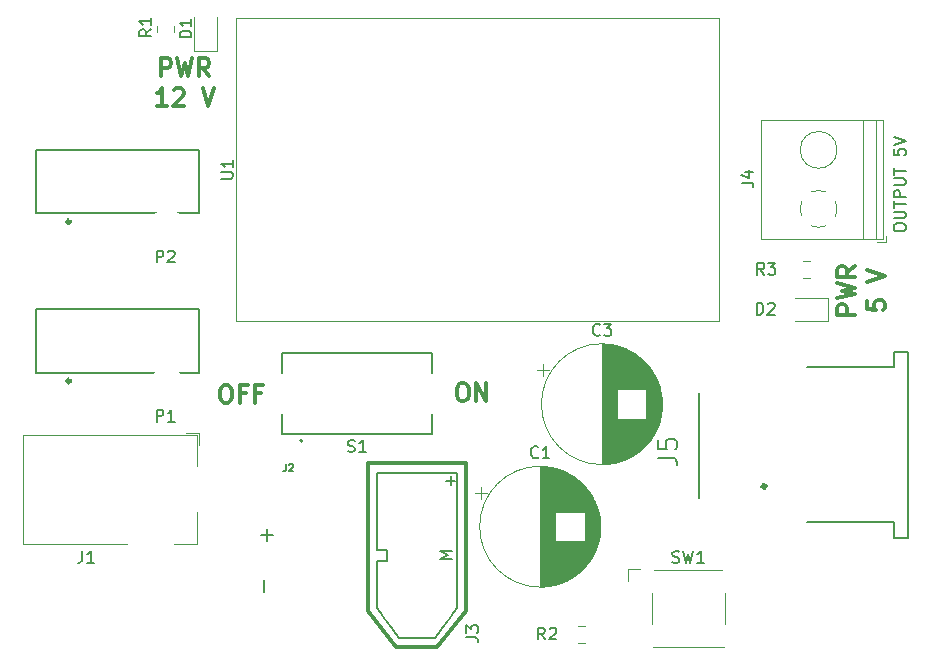
<source format=gto>
G04 #@! TF.GenerationSoftware,KiCad,Pcbnew,(5.1.6)-1*
G04 #@! TF.CreationDate,2022-01-28T10:44:45+01:00*
G04 #@! TF.ProjectId,Supply_5V,53757070-6c79-45f3-9556-2e6b69636164,rev?*
G04 #@! TF.SameCoordinates,Original*
G04 #@! TF.FileFunction,Legend,Top*
G04 #@! TF.FilePolarity,Positive*
%FSLAX46Y46*%
G04 Gerber Fmt 4.6, Leading zero omitted, Abs format (unit mm)*
G04 Created by KiCad (PCBNEW (5.1.6)-1) date 2022-01-28 10:44:45*
%MOMM*%
%LPD*%
G01*
G04 APERTURE LIST*
%ADD10C,0.300000*%
%ADD11C,0.120000*%
%ADD12C,0.400000*%
%ADD13C,0.200000*%
%ADD14C,0.127000*%
%ADD15C,0.150000*%
%ADD16C,2.500000*%
%ADD17C,3.200000*%
%ADD18C,1.600000*%
%ADD19C,4.000000*%
%ADD20C,2.775000*%
%ADD21R,2.775000X2.775000*%
%ADD22R,2.400000X2.400000*%
%ADD23C,2.400000*%
%ADD24R,3.500000X3.500000*%
%ADD25R,2.100000X2.100000*%
%ADD26C,2.100000*%
%ADD27C,3.000000*%
%ADD28C,6.500000*%
%ADD29R,2.000000X2.000000*%
%ADD30C,2.000000*%
%ADD31R,1.600000X1.400000*%
%ADD32O,7.315200X3.759200*%
%ADD33O,3.759200X6.315200*%
G04 APERTURE END LIST*
D10*
X169521428Y-77498571D02*
X169807142Y-77498571D01*
X169950000Y-77570000D01*
X170092857Y-77712857D01*
X170164285Y-77998571D01*
X170164285Y-78498571D01*
X170092857Y-78784285D01*
X169950000Y-78927142D01*
X169807142Y-78998571D01*
X169521428Y-78998571D01*
X169378571Y-78927142D01*
X169235714Y-78784285D01*
X169164285Y-78498571D01*
X169164285Y-77998571D01*
X169235714Y-77712857D01*
X169378571Y-77570000D01*
X169521428Y-77498571D01*
X170807142Y-78998571D02*
X170807142Y-77498571D01*
X171664285Y-78998571D01*
X171664285Y-77498571D01*
X202873571Y-71660000D02*
X201373571Y-71660000D01*
X201373571Y-71088571D01*
X201445000Y-70945714D01*
X201516428Y-70874285D01*
X201659285Y-70802857D01*
X201873571Y-70802857D01*
X202016428Y-70874285D01*
X202087857Y-70945714D01*
X202159285Y-71088571D01*
X202159285Y-71660000D01*
X201373571Y-70302857D02*
X202873571Y-69945714D01*
X201802142Y-69660000D01*
X202873571Y-69374285D01*
X201373571Y-69017142D01*
X202873571Y-67588571D02*
X202159285Y-68088571D01*
X202873571Y-68445714D02*
X201373571Y-68445714D01*
X201373571Y-67874285D01*
X201445000Y-67731428D01*
X201516428Y-67660000D01*
X201659285Y-67588571D01*
X201873571Y-67588571D01*
X202016428Y-67660000D01*
X202087857Y-67731428D01*
X202159285Y-67874285D01*
X202159285Y-68445714D01*
X203923571Y-70517142D02*
X203923571Y-71231428D01*
X204637857Y-71302857D01*
X204566428Y-71231428D01*
X204495000Y-71088571D01*
X204495000Y-70731428D01*
X204566428Y-70588571D01*
X204637857Y-70517142D01*
X204780714Y-70445714D01*
X205137857Y-70445714D01*
X205280714Y-70517142D01*
X205352142Y-70588571D01*
X205423571Y-70731428D01*
X205423571Y-71088571D01*
X205352142Y-71231428D01*
X205280714Y-71302857D01*
X203923571Y-68874285D02*
X205423571Y-68374285D01*
X203923571Y-67874285D01*
X144130000Y-51463571D02*
X144130000Y-49963571D01*
X144701428Y-49963571D01*
X144844285Y-50035000D01*
X144915714Y-50106428D01*
X144987142Y-50249285D01*
X144987142Y-50463571D01*
X144915714Y-50606428D01*
X144844285Y-50677857D01*
X144701428Y-50749285D01*
X144130000Y-50749285D01*
X145487142Y-49963571D02*
X145844285Y-51463571D01*
X146130000Y-50392142D01*
X146415714Y-51463571D01*
X146772857Y-49963571D01*
X148201428Y-51463571D02*
X147701428Y-50749285D01*
X147344285Y-51463571D02*
X147344285Y-49963571D01*
X147915714Y-49963571D01*
X148058571Y-50035000D01*
X148130000Y-50106428D01*
X148201428Y-50249285D01*
X148201428Y-50463571D01*
X148130000Y-50606428D01*
X148058571Y-50677857D01*
X147915714Y-50749285D01*
X147344285Y-50749285D01*
X144630000Y-54013571D02*
X143772857Y-54013571D01*
X144201428Y-54013571D02*
X144201428Y-52513571D01*
X144058571Y-52727857D01*
X143915714Y-52870714D01*
X143772857Y-52942142D01*
X145201428Y-52656428D02*
X145272857Y-52585000D01*
X145415714Y-52513571D01*
X145772857Y-52513571D01*
X145915714Y-52585000D01*
X145987142Y-52656428D01*
X146058571Y-52799285D01*
X146058571Y-52942142D01*
X145987142Y-53156428D01*
X145130000Y-54013571D01*
X146058571Y-54013571D01*
X147630000Y-52513571D02*
X148130000Y-54013571D01*
X148630000Y-52513571D01*
X149481428Y-77628571D02*
X149767142Y-77628571D01*
X149910000Y-77700000D01*
X150052857Y-77842857D01*
X150124285Y-78128571D01*
X150124285Y-78628571D01*
X150052857Y-78914285D01*
X149910000Y-79057142D01*
X149767142Y-79128571D01*
X149481428Y-79128571D01*
X149338571Y-79057142D01*
X149195714Y-78914285D01*
X149124285Y-78628571D01*
X149124285Y-78128571D01*
X149195714Y-77842857D01*
X149338571Y-77700000D01*
X149481428Y-77628571D01*
X151267142Y-78342857D02*
X150767142Y-78342857D01*
X150767142Y-79128571D02*
X150767142Y-77628571D01*
X151481428Y-77628571D01*
X152552857Y-78342857D02*
X152052857Y-78342857D01*
X152052857Y-79128571D02*
X152052857Y-77628571D01*
X152767142Y-77628571D01*
D11*
X191330000Y-72190000D02*
X191330000Y-46550000D01*
X150450000Y-72190000D02*
X191330000Y-72190000D01*
X150450000Y-46550000D02*
X150450000Y-72190000D01*
X191330000Y-46550000D02*
X150450000Y-46550000D01*
D12*
X195280000Y-86205440D02*
G75*
G03*
X195280000Y-86205440I-120000J0D01*
G01*
D13*
X206209000Y-76106000D02*
X198843000Y-76106000D01*
X207377400Y-90558600D02*
X207377400Y-74861400D01*
X206209000Y-89246000D02*
X198843000Y-89246000D01*
X189699000Y-87155000D02*
X189699000Y-78265000D01*
X206209000Y-90558600D02*
X206209000Y-89246000D01*
X206209000Y-76106000D02*
X206209000Y-74861400D01*
X207377400Y-74861400D02*
X206209000Y-74861400D01*
X207377400Y-90558600D02*
X206209000Y-90558600D01*
X156090000Y-82360000D02*
G75*
G03*
X156090000Y-82360000I-100000J0D01*
G01*
D14*
X154340000Y-80070000D02*
X154340000Y-81790000D01*
X154340000Y-74930000D02*
X154340000Y-76650000D01*
X167040000Y-81790000D02*
X154340000Y-81790000D01*
X167040000Y-80070000D02*
X167040000Y-81790000D01*
X167040000Y-74930000D02*
X167040000Y-76650000D01*
X154340000Y-74930000D02*
X167040000Y-74930000D01*
D11*
X201345000Y-57720000D02*
G75*
G03*
X201345000Y-57720000I-1555000J0D01*
G01*
X204690000Y-65280000D02*
X204690000Y-55160000D01*
X203590000Y-65280000D02*
X203590000Y-55160000D01*
X194930000Y-65280000D02*
X194930000Y-55160000D01*
X205250000Y-65280000D02*
X205250000Y-55160000D01*
X194930000Y-65280000D02*
X205250000Y-65280000D01*
X194930000Y-55160000D02*
X205250000Y-55160000D01*
X204750000Y-65520000D02*
X205490000Y-65520000D01*
X205490000Y-65520000D02*
X205490000Y-65020000D01*
X201221385Y-62112413D02*
G75*
G02*
X201345000Y-62720000I-1431385J-607587D01*
G01*
X199182258Y-61287891D02*
G75*
G02*
X200398000Y-61288000I607742J-1432109D01*
G01*
X198357891Y-63327742D02*
G75*
G02*
X198358000Y-62112000I1432109J607742D01*
G01*
X200397742Y-64152109D02*
G75*
G02*
X199182000Y-64152000I-607742J1432109D01*
G01*
X201345492Y-62692989D02*
G75*
G02*
X201222000Y-63328000I-1555492J-27011D01*
G01*
X147320000Y-82720000D02*
X147320000Y-81670000D01*
X146270000Y-81670000D02*
X147320000Y-81670000D01*
X141220000Y-91070000D02*
X132420000Y-91070000D01*
X132420000Y-91070000D02*
X132420000Y-81870000D01*
X147120000Y-88370000D02*
X147120000Y-91070000D01*
X147120000Y-91070000D02*
X145220000Y-91070000D01*
X132420000Y-81870000D02*
X147120000Y-81870000D01*
X147120000Y-81870000D02*
X147120000Y-84470000D01*
D14*
X147340000Y-71180000D02*
X147340000Y-76580000D01*
X133540000Y-71180000D02*
X147340000Y-71180000D01*
X133540000Y-76580000D02*
X133540000Y-71180000D01*
X147340000Y-76580000D02*
X133540000Y-76580000D01*
D10*
X136440000Y-77290000D02*
G75*
G03*
X136440000Y-77290000I-150000J0D01*
G01*
D14*
X147340000Y-57700000D02*
X147340000Y-63100000D01*
X133540000Y-57700000D02*
X147340000Y-57700000D01*
X133540000Y-63100000D02*
X133540000Y-57700000D01*
X147340000Y-63100000D02*
X133540000Y-63100000D01*
D10*
X136440000Y-63810000D02*
G75*
G03*
X136440000Y-63810000I-150000J0D01*
G01*
D11*
X200625000Y-70250000D02*
X197765000Y-70250000D01*
X200625000Y-72170000D02*
X200625000Y-70250000D01*
X197765000Y-72170000D02*
X200625000Y-72170000D01*
X179976252Y-98040000D02*
X179453748Y-98040000D01*
X179976252Y-99460000D02*
X179453748Y-99460000D01*
X198503748Y-68550000D02*
X199026252Y-68550000D01*
X198503748Y-67130000D02*
X199026252Y-67130000D01*
D10*
X161645000Y-84245000D02*
X161645000Y-96745000D01*
X169895000Y-84245000D02*
X161645000Y-84245000D01*
X169895000Y-96745000D02*
X167520000Y-99845000D01*
X167520000Y-99845000D02*
X164020000Y-99845000D01*
X161645000Y-96745000D02*
X164020000Y-99845000D01*
D13*
X169170000Y-85045000D02*
X162370000Y-85045000D01*
X162370000Y-85045000D02*
X162370000Y-91595000D01*
X162370000Y-96545000D02*
X164270000Y-99045000D01*
X169170000Y-96545000D02*
X167270000Y-99045000D01*
X167270000Y-99045000D02*
X164270000Y-99045000D01*
X169170000Y-85045000D02*
X169170000Y-96545000D01*
D10*
X169895000Y-84245000D02*
X169895000Y-96745000D01*
D13*
X163220000Y-91595000D02*
X163220000Y-92495000D01*
X163220000Y-92495000D02*
X162370000Y-92495000D01*
X163220000Y-91595000D02*
X162370000Y-91595000D01*
X162370000Y-92495000D02*
X162370000Y-96545000D01*
D11*
X148850000Y-49315000D02*
X148850000Y-46455000D01*
X146930000Y-49315000D02*
X148850000Y-49315000D01*
X146930000Y-46455000D02*
X146930000Y-49315000D01*
X143800000Y-47193748D02*
X143800000Y-47716252D01*
X145220000Y-47193748D02*
X145220000Y-47716252D01*
X171230354Y-86245000D02*
X171230354Y-87245000D01*
X170730354Y-86745000D02*
X171730354Y-86745000D01*
X181291000Y-89021000D02*
X181291000Y-90219000D01*
X181251000Y-88758000D02*
X181251000Y-90482000D01*
X181211000Y-88558000D02*
X181211000Y-90682000D01*
X181171000Y-88390000D02*
X181171000Y-90850000D01*
X181131000Y-88242000D02*
X181131000Y-90998000D01*
X181091000Y-88110000D02*
X181091000Y-91130000D01*
X181051000Y-87990000D02*
X181051000Y-91250000D01*
X181011000Y-87878000D02*
X181011000Y-91362000D01*
X180971000Y-87774000D02*
X180971000Y-91466000D01*
X180931000Y-87676000D02*
X180931000Y-91564000D01*
X180891000Y-87583000D02*
X180891000Y-91657000D01*
X180851000Y-87495000D02*
X180851000Y-91745000D01*
X180811000Y-87411000D02*
X180811000Y-91829000D01*
X180771000Y-87331000D02*
X180771000Y-91909000D01*
X180731000Y-87255000D02*
X180731000Y-91985000D01*
X180691000Y-87181000D02*
X180691000Y-92059000D01*
X180651000Y-87110000D02*
X180651000Y-92130000D01*
X180611000Y-87041000D02*
X180611000Y-92199000D01*
X180571000Y-86975000D02*
X180571000Y-92265000D01*
X180531000Y-86911000D02*
X180531000Y-92329000D01*
X180491000Y-86850000D02*
X180491000Y-92390000D01*
X180451000Y-86790000D02*
X180451000Y-92450000D01*
X180411000Y-86731000D02*
X180411000Y-92509000D01*
X180371000Y-86675000D02*
X180371000Y-92565000D01*
X180331000Y-86620000D02*
X180331000Y-92620000D01*
X180291000Y-86566000D02*
X180291000Y-92674000D01*
X180251000Y-86514000D02*
X180251000Y-92726000D01*
X180211000Y-86464000D02*
X180211000Y-92776000D01*
X180171000Y-86414000D02*
X180171000Y-92826000D01*
X180131000Y-86366000D02*
X180131000Y-92874000D01*
X180091000Y-86319000D02*
X180091000Y-92921000D01*
X180051000Y-86273000D02*
X180051000Y-92967000D01*
X180011000Y-86228000D02*
X180011000Y-93012000D01*
X179971000Y-86184000D02*
X179971000Y-93056000D01*
X179931000Y-90861000D02*
X179931000Y-93098000D01*
X179931000Y-86142000D02*
X179931000Y-88379000D01*
X179891000Y-90861000D02*
X179891000Y-93140000D01*
X179891000Y-86100000D02*
X179891000Y-88379000D01*
X179851000Y-90861000D02*
X179851000Y-93181000D01*
X179851000Y-86059000D02*
X179851000Y-88379000D01*
X179811000Y-90861000D02*
X179811000Y-93221000D01*
X179811000Y-86019000D02*
X179811000Y-88379000D01*
X179771000Y-90861000D02*
X179771000Y-93260000D01*
X179771000Y-85980000D02*
X179771000Y-88379000D01*
X179731000Y-90861000D02*
X179731000Y-93299000D01*
X179731000Y-85941000D02*
X179731000Y-88379000D01*
X179691000Y-90861000D02*
X179691000Y-93336000D01*
X179691000Y-85904000D02*
X179691000Y-88379000D01*
X179651000Y-90861000D02*
X179651000Y-93373000D01*
X179651000Y-85867000D02*
X179651000Y-88379000D01*
X179611000Y-90861000D02*
X179611000Y-93409000D01*
X179611000Y-85831000D02*
X179611000Y-88379000D01*
X179571000Y-90861000D02*
X179571000Y-93444000D01*
X179571000Y-85796000D02*
X179571000Y-88379000D01*
X179531000Y-90861000D02*
X179531000Y-93478000D01*
X179531000Y-85762000D02*
X179531000Y-88379000D01*
X179491000Y-90861000D02*
X179491000Y-93512000D01*
X179491000Y-85728000D02*
X179491000Y-88379000D01*
X179451000Y-90861000D02*
X179451000Y-93545000D01*
X179451000Y-85695000D02*
X179451000Y-88379000D01*
X179411000Y-90861000D02*
X179411000Y-93577000D01*
X179411000Y-85663000D02*
X179411000Y-88379000D01*
X179371000Y-90861000D02*
X179371000Y-93609000D01*
X179371000Y-85631000D02*
X179371000Y-88379000D01*
X179331000Y-90861000D02*
X179331000Y-93640000D01*
X179331000Y-85600000D02*
X179331000Y-88379000D01*
X179291000Y-90861000D02*
X179291000Y-93670000D01*
X179291000Y-85570000D02*
X179291000Y-88379000D01*
X179251000Y-90861000D02*
X179251000Y-93700000D01*
X179251000Y-85540000D02*
X179251000Y-88379000D01*
X179211000Y-90861000D02*
X179211000Y-93730000D01*
X179211000Y-85510000D02*
X179211000Y-88379000D01*
X179171000Y-90861000D02*
X179171000Y-93758000D01*
X179171000Y-85482000D02*
X179171000Y-88379000D01*
X179131000Y-90861000D02*
X179131000Y-93786000D01*
X179131000Y-85454000D02*
X179131000Y-88379000D01*
X179091000Y-90861000D02*
X179091000Y-93814000D01*
X179091000Y-85426000D02*
X179091000Y-88379000D01*
X179051000Y-90861000D02*
X179051000Y-93841000D01*
X179051000Y-85399000D02*
X179051000Y-88379000D01*
X179011000Y-90861000D02*
X179011000Y-93867000D01*
X179011000Y-85373000D02*
X179011000Y-88379000D01*
X178971000Y-90861000D02*
X178971000Y-93893000D01*
X178971000Y-85347000D02*
X178971000Y-88379000D01*
X178931000Y-90861000D02*
X178931000Y-93918000D01*
X178931000Y-85322000D02*
X178931000Y-88379000D01*
X178891000Y-90861000D02*
X178891000Y-93943000D01*
X178891000Y-85297000D02*
X178891000Y-88379000D01*
X178851000Y-90861000D02*
X178851000Y-93967000D01*
X178851000Y-85273000D02*
X178851000Y-88379000D01*
X178811000Y-90861000D02*
X178811000Y-93991000D01*
X178811000Y-85249000D02*
X178811000Y-88379000D01*
X178771000Y-90861000D02*
X178771000Y-94015000D01*
X178771000Y-85225000D02*
X178771000Y-88379000D01*
X178731000Y-90861000D02*
X178731000Y-94037000D01*
X178731000Y-85203000D02*
X178731000Y-88379000D01*
X178691000Y-90861000D02*
X178691000Y-94060000D01*
X178691000Y-85180000D02*
X178691000Y-88379000D01*
X178651000Y-90861000D02*
X178651000Y-94082000D01*
X178651000Y-85158000D02*
X178651000Y-88379000D01*
X178611000Y-90861000D02*
X178611000Y-94103000D01*
X178611000Y-85137000D02*
X178611000Y-88379000D01*
X178571000Y-90861000D02*
X178571000Y-94124000D01*
X178571000Y-85116000D02*
X178571000Y-88379000D01*
X178531000Y-90861000D02*
X178531000Y-94145000D01*
X178531000Y-85095000D02*
X178531000Y-88379000D01*
X178491000Y-90861000D02*
X178491000Y-94165000D01*
X178491000Y-85075000D02*
X178491000Y-88379000D01*
X178451000Y-90861000D02*
X178451000Y-94184000D01*
X178451000Y-85056000D02*
X178451000Y-88379000D01*
X178411000Y-90861000D02*
X178411000Y-94204000D01*
X178411000Y-85036000D02*
X178411000Y-88379000D01*
X178371000Y-90861000D02*
X178371000Y-94223000D01*
X178371000Y-85017000D02*
X178371000Y-88379000D01*
X178331000Y-90861000D02*
X178331000Y-94241000D01*
X178331000Y-84999000D02*
X178331000Y-88379000D01*
X178291000Y-90861000D02*
X178291000Y-94259000D01*
X178291000Y-84981000D02*
X178291000Y-88379000D01*
X178251000Y-90861000D02*
X178251000Y-94277000D01*
X178251000Y-84963000D02*
X178251000Y-88379000D01*
X178211000Y-90861000D02*
X178211000Y-94294000D01*
X178211000Y-84946000D02*
X178211000Y-88379000D01*
X178171000Y-90861000D02*
X178171000Y-94310000D01*
X178171000Y-84930000D02*
X178171000Y-88379000D01*
X178131000Y-90861000D02*
X178131000Y-94327000D01*
X178131000Y-84913000D02*
X178131000Y-88379000D01*
X178091000Y-90861000D02*
X178091000Y-94343000D01*
X178091000Y-84897000D02*
X178091000Y-88379000D01*
X178051000Y-90861000D02*
X178051000Y-94358000D01*
X178051000Y-84882000D02*
X178051000Y-88379000D01*
X178011000Y-90861000D02*
X178011000Y-94374000D01*
X178011000Y-84866000D02*
X178011000Y-88379000D01*
X177971000Y-90861000D02*
X177971000Y-94388000D01*
X177971000Y-84852000D02*
X177971000Y-88379000D01*
X177931000Y-90861000D02*
X177931000Y-94403000D01*
X177931000Y-84837000D02*
X177931000Y-88379000D01*
X177891000Y-90861000D02*
X177891000Y-94417000D01*
X177891000Y-84823000D02*
X177891000Y-88379000D01*
X177851000Y-90861000D02*
X177851000Y-94431000D01*
X177851000Y-84809000D02*
X177851000Y-88379000D01*
X177811000Y-90861000D02*
X177811000Y-94444000D01*
X177811000Y-84796000D02*
X177811000Y-88379000D01*
X177771000Y-90861000D02*
X177771000Y-94457000D01*
X177771000Y-84783000D02*
X177771000Y-88379000D01*
X177731000Y-90861000D02*
X177731000Y-94470000D01*
X177731000Y-84770000D02*
X177731000Y-88379000D01*
X177691000Y-90861000D02*
X177691000Y-94482000D01*
X177691000Y-84758000D02*
X177691000Y-88379000D01*
X177651000Y-90861000D02*
X177651000Y-94494000D01*
X177651000Y-84746000D02*
X177651000Y-88379000D01*
X177611000Y-90861000D02*
X177611000Y-94505000D01*
X177611000Y-84735000D02*
X177611000Y-88379000D01*
X177571000Y-90861000D02*
X177571000Y-94517000D01*
X177571000Y-84723000D02*
X177571000Y-88379000D01*
X177531000Y-90861000D02*
X177531000Y-94527000D01*
X177531000Y-84713000D02*
X177531000Y-88379000D01*
X177491000Y-90861000D02*
X177491000Y-94538000D01*
X177491000Y-84702000D02*
X177491000Y-88379000D01*
X177451000Y-84692000D02*
X177451000Y-94548000D01*
X177411000Y-84682000D02*
X177411000Y-94558000D01*
X177371000Y-84673000D02*
X177371000Y-94567000D01*
X177331000Y-84664000D02*
X177331000Y-94576000D01*
X177291000Y-84655000D02*
X177291000Y-94585000D01*
X177251000Y-84646000D02*
X177251000Y-94594000D01*
X177211000Y-84638000D02*
X177211000Y-94602000D01*
X177171000Y-84630000D02*
X177171000Y-94610000D01*
X177131000Y-84623000D02*
X177131000Y-94617000D01*
X177091000Y-84616000D02*
X177091000Y-94624000D01*
X177051000Y-84609000D02*
X177051000Y-94631000D01*
X177011000Y-84602000D02*
X177011000Y-94638000D01*
X176971000Y-84596000D02*
X176971000Y-94644000D01*
X176931000Y-84590000D02*
X176931000Y-94650000D01*
X176890000Y-84585000D02*
X176890000Y-94655000D01*
X176850000Y-84580000D02*
X176850000Y-94660000D01*
X176810000Y-84575000D02*
X176810000Y-94665000D01*
X176770000Y-84570000D02*
X176770000Y-94670000D01*
X176730000Y-84566000D02*
X176730000Y-94674000D01*
X176690000Y-84562000D02*
X176690000Y-94678000D01*
X176650000Y-84558000D02*
X176650000Y-94682000D01*
X176610000Y-84555000D02*
X176610000Y-94685000D01*
X176570000Y-84552000D02*
X176570000Y-94688000D01*
X176530000Y-84550000D02*
X176530000Y-94690000D01*
X176490000Y-84547000D02*
X176490000Y-94693000D01*
X176450000Y-84545000D02*
X176450000Y-94695000D01*
X176410000Y-84543000D02*
X176410000Y-94697000D01*
X176370000Y-84542000D02*
X176370000Y-94698000D01*
X176330000Y-84541000D02*
X176330000Y-94699000D01*
X176290000Y-84540000D02*
X176290000Y-94700000D01*
X176250000Y-84540000D02*
X176250000Y-94700000D01*
X176210000Y-84540000D02*
X176210000Y-94700000D01*
X181330000Y-89620000D02*
G75*
G03*
X181330000Y-89620000I-5120000J0D01*
G01*
X183650000Y-93240000D02*
X184650000Y-93240000D01*
X183650000Y-94240000D02*
X183650000Y-93240000D01*
X185650000Y-95240000D02*
X185650000Y-97840000D01*
X191850000Y-95240000D02*
X191850000Y-97840000D01*
X191750000Y-99790000D02*
X185750000Y-99790000D01*
X191650000Y-93290000D02*
X185850000Y-93290000D01*
X176460354Y-75875000D02*
X176460354Y-76875000D01*
X175960354Y-76375000D02*
X176960354Y-76375000D01*
X186521000Y-78651000D02*
X186521000Y-79849000D01*
X186481000Y-78388000D02*
X186481000Y-80112000D01*
X186441000Y-78188000D02*
X186441000Y-80312000D01*
X186401000Y-78020000D02*
X186401000Y-80480000D01*
X186361000Y-77872000D02*
X186361000Y-80628000D01*
X186321000Y-77740000D02*
X186321000Y-80760000D01*
X186281000Y-77620000D02*
X186281000Y-80880000D01*
X186241000Y-77508000D02*
X186241000Y-80992000D01*
X186201000Y-77404000D02*
X186201000Y-81096000D01*
X186161000Y-77306000D02*
X186161000Y-81194000D01*
X186121000Y-77213000D02*
X186121000Y-81287000D01*
X186081000Y-77125000D02*
X186081000Y-81375000D01*
X186041000Y-77041000D02*
X186041000Y-81459000D01*
X186001000Y-76961000D02*
X186001000Y-81539000D01*
X185961000Y-76885000D02*
X185961000Y-81615000D01*
X185921000Y-76811000D02*
X185921000Y-81689000D01*
X185881000Y-76740000D02*
X185881000Y-81760000D01*
X185841000Y-76671000D02*
X185841000Y-81829000D01*
X185801000Y-76605000D02*
X185801000Y-81895000D01*
X185761000Y-76541000D02*
X185761000Y-81959000D01*
X185721000Y-76480000D02*
X185721000Y-82020000D01*
X185681000Y-76420000D02*
X185681000Y-82080000D01*
X185641000Y-76361000D02*
X185641000Y-82139000D01*
X185601000Y-76305000D02*
X185601000Y-82195000D01*
X185561000Y-76250000D02*
X185561000Y-82250000D01*
X185521000Y-76196000D02*
X185521000Y-82304000D01*
X185481000Y-76144000D02*
X185481000Y-82356000D01*
X185441000Y-76094000D02*
X185441000Y-82406000D01*
X185401000Y-76044000D02*
X185401000Y-82456000D01*
X185361000Y-75996000D02*
X185361000Y-82504000D01*
X185321000Y-75949000D02*
X185321000Y-82551000D01*
X185281000Y-75903000D02*
X185281000Y-82597000D01*
X185241000Y-75858000D02*
X185241000Y-82642000D01*
X185201000Y-75814000D02*
X185201000Y-82686000D01*
X185161000Y-80491000D02*
X185161000Y-82728000D01*
X185161000Y-75772000D02*
X185161000Y-78009000D01*
X185121000Y-80491000D02*
X185121000Y-82770000D01*
X185121000Y-75730000D02*
X185121000Y-78009000D01*
X185081000Y-80491000D02*
X185081000Y-82811000D01*
X185081000Y-75689000D02*
X185081000Y-78009000D01*
X185041000Y-80491000D02*
X185041000Y-82851000D01*
X185041000Y-75649000D02*
X185041000Y-78009000D01*
X185001000Y-80491000D02*
X185001000Y-82890000D01*
X185001000Y-75610000D02*
X185001000Y-78009000D01*
X184961000Y-80491000D02*
X184961000Y-82929000D01*
X184961000Y-75571000D02*
X184961000Y-78009000D01*
X184921000Y-80491000D02*
X184921000Y-82966000D01*
X184921000Y-75534000D02*
X184921000Y-78009000D01*
X184881000Y-80491000D02*
X184881000Y-83003000D01*
X184881000Y-75497000D02*
X184881000Y-78009000D01*
X184841000Y-80491000D02*
X184841000Y-83039000D01*
X184841000Y-75461000D02*
X184841000Y-78009000D01*
X184801000Y-80491000D02*
X184801000Y-83074000D01*
X184801000Y-75426000D02*
X184801000Y-78009000D01*
X184761000Y-80491000D02*
X184761000Y-83108000D01*
X184761000Y-75392000D02*
X184761000Y-78009000D01*
X184721000Y-80491000D02*
X184721000Y-83142000D01*
X184721000Y-75358000D02*
X184721000Y-78009000D01*
X184681000Y-80491000D02*
X184681000Y-83175000D01*
X184681000Y-75325000D02*
X184681000Y-78009000D01*
X184641000Y-80491000D02*
X184641000Y-83207000D01*
X184641000Y-75293000D02*
X184641000Y-78009000D01*
X184601000Y-80491000D02*
X184601000Y-83239000D01*
X184601000Y-75261000D02*
X184601000Y-78009000D01*
X184561000Y-80491000D02*
X184561000Y-83270000D01*
X184561000Y-75230000D02*
X184561000Y-78009000D01*
X184521000Y-80491000D02*
X184521000Y-83300000D01*
X184521000Y-75200000D02*
X184521000Y-78009000D01*
X184481000Y-80491000D02*
X184481000Y-83330000D01*
X184481000Y-75170000D02*
X184481000Y-78009000D01*
X184441000Y-80491000D02*
X184441000Y-83360000D01*
X184441000Y-75140000D02*
X184441000Y-78009000D01*
X184401000Y-80491000D02*
X184401000Y-83388000D01*
X184401000Y-75112000D02*
X184401000Y-78009000D01*
X184361000Y-80491000D02*
X184361000Y-83416000D01*
X184361000Y-75084000D02*
X184361000Y-78009000D01*
X184321000Y-80491000D02*
X184321000Y-83444000D01*
X184321000Y-75056000D02*
X184321000Y-78009000D01*
X184281000Y-80491000D02*
X184281000Y-83471000D01*
X184281000Y-75029000D02*
X184281000Y-78009000D01*
X184241000Y-80491000D02*
X184241000Y-83497000D01*
X184241000Y-75003000D02*
X184241000Y-78009000D01*
X184201000Y-80491000D02*
X184201000Y-83523000D01*
X184201000Y-74977000D02*
X184201000Y-78009000D01*
X184161000Y-80491000D02*
X184161000Y-83548000D01*
X184161000Y-74952000D02*
X184161000Y-78009000D01*
X184121000Y-80491000D02*
X184121000Y-83573000D01*
X184121000Y-74927000D02*
X184121000Y-78009000D01*
X184081000Y-80491000D02*
X184081000Y-83597000D01*
X184081000Y-74903000D02*
X184081000Y-78009000D01*
X184041000Y-80491000D02*
X184041000Y-83621000D01*
X184041000Y-74879000D02*
X184041000Y-78009000D01*
X184001000Y-80491000D02*
X184001000Y-83645000D01*
X184001000Y-74855000D02*
X184001000Y-78009000D01*
X183961000Y-80491000D02*
X183961000Y-83667000D01*
X183961000Y-74833000D02*
X183961000Y-78009000D01*
X183921000Y-80491000D02*
X183921000Y-83690000D01*
X183921000Y-74810000D02*
X183921000Y-78009000D01*
X183881000Y-80491000D02*
X183881000Y-83712000D01*
X183881000Y-74788000D02*
X183881000Y-78009000D01*
X183841000Y-80491000D02*
X183841000Y-83733000D01*
X183841000Y-74767000D02*
X183841000Y-78009000D01*
X183801000Y-80491000D02*
X183801000Y-83754000D01*
X183801000Y-74746000D02*
X183801000Y-78009000D01*
X183761000Y-80491000D02*
X183761000Y-83775000D01*
X183761000Y-74725000D02*
X183761000Y-78009000D01*
X183721000Y-80491000D02*
X183721000Y-83795000D01*
X183721000Y-74705000D02*
X183721000Y-78009000D01*
X183681000Y-80491000D02*
X183681000Y-83814000D01*
X183681000Y-74686000D02*
X183681000Y-78009000D01*
X183641000Y-80491000D02*
X183641000Y-83834000D01*
X183641000Y-74666000D02*
X183641000Y-78009000D01*
X183601000Y-80491000D02*
X183601000Y-83853000D01*
X183601000Y-74647000D02*
X183601000Y-78009000D01*
X183561000Y-80491000D02*
X183561000Y-83871000D01*
X183561000Y-74629000D02*
X183561000Y-78009000D01*
X183521000Y-80491000D02*
X183521000Y-83889000D01*
X183521000Y-74611000D02*
X183521000Y-78009000D01*
X183481000Y-80491000D02*
X183481000Y-83907000D01*
X183481000Y-74593000D02*
X183481000Y-78009000D01*
X183441000Y-80491000D02*
X183441000Y-83924000D01*
X183441000Y-74576000D02*
X183441000Y-78009000D01*
X183401000Y-80491000D02*
X183401000Y-83940000D01*
X183401000Y-74560000D02*
X183401000Y-78009000D01*
X183361000Y-80491000D02*
X183361000Y-83957000D01*
X183361000Y-74543000D02*
X183361000Y-78009000D01*
X183321000Y-80491000D02*
X183321000Y-83973000D01*
X183321000Y-74527000D02*
X183321000Y-78009000D01*
X183281000Y-80491000D02*
X183281000Y-83988000D01*
X183281000Y-74512000D02*
X183281000Y-78009000D01*
X183241000Y-80491000D02*
X183241000Y-84004000D01*
X183241000Y-74496000D02*
X183241000Y-78009000D01*
X183201000Y-80491000D02*
X183201000Y-84018000D01*
X183201000Y-74482000D02*
X183201000Y-78009000D01*
X183161000Y-80491000D02*
X183161000Y-84033000D01*
X183161000Y-74467000D02*
X183161000Y-78009000D01*
X183121000Y-80491000D02*
X183121000Y-84047000D01*
X183121000Y-74453000D02*
X183121000Y-78009000D01*
X183081000Y-80491000D02*
X183081000Y-84061000D01*
X183081000Y-74439000D02*
X183081000Y-78009000D01*
X183041000Y-80491000D02*
X183041000Y-84074000D01*
X183041000Y-74426000D02*
X183041000Y-78009000D01*
X183001000Y-80491000D02*
X183001000Y-84087000D01*
X183001000Y-74413000D02*
X183001000Y-78009000D01*
X182961000Y-80491000D02*
X182961000Y-84100000D01*
X182961000Y-74400000D02*
X182961000Y-78009000D01*
X182921000Y-80491000D02*
X182921000Y-84112000D01*
X182921000Y-74388000D02*
X182921000Y-78009000D01*
X182881000Y-80491000D02*
X182881000Y-84124000D01*
X182881000Y-74376000D02*
X182881000Y-78009000D01*
X182841000Y-80491000D02*
X182841000Y-84135000D01*
X182841000Y-74365000D02*
X182841000Y-78009000D01*
X182801000Y-80491000D02*
X182801000Y-84147000D01*
X182801000Y-74353000D02*
X182801000Y-78009000D01*
X182761000Y-80491000D02*
X182761000Y-84157000D01*
X182761000Y-74343000D02*
X182761000Y-78009000D01*
X182721000Y-80491000D02*
X182721000Y-84168000D01*
X182721000Y-74332000D02*
X182721000Y-78009000D01*
X182681000Y-74322000D02*
X182681000Y-84178000D01*
X182641000Y-74312000D02*
X182641000Y-84188000D01*
X182601000Y-74303000D02*
X182601000Y-84197000D01*
X182561000Y-74294000D02*
X182561000Y-84206000D01*
X182521000Y-74285000D02*
X182521000Y-84215000D01*
X182481000Y-74276000D02*
X182481000Y-84224000D01*
X182441000Y-74268000D02*
X182441000Y-84232000D01*
X182401000Y-74260000D02*
X182401000Y-84240000D01*
X182361000Y-74253000D02*
X182361000Y-84247000D01*
X182321000Y-74246000D02*
X182321000Y-84254000D01*
X182281000Y-74239000D02*
X182281000Y-84261000D01*
X182241000Y-74232000D02*
X182241000Y-84268000D01*
X182201000Y-74226000D02*
X182201000Y-84274000D01*
X182161000Y-74220000D02*
X182161000Y-84280000D01*
X182120000Y-74215000D02*
X182120000Y-84285000D01*
X182080000Y-74210000D02*
X182080000Y-84290000D01*
X182040000Y-74205000D02*
X182040000Y-84295000D01*
X182000000Y-74200000D02*
X182000000Y-84300000D01*
X181960000Y-74196000D02*
X181960000Y-84304000D01*
X181920000Y-74192000D02*
X181920000Y-84308000D01*
X181880000Y-74188000D02*
X181880000Y-84312000D01*
X181840000Y-74185000D02*
X181840000Y-84315000D01*
X181800000Y-74182000D02*
X181800000Y-84318000D01*
X181760000Y-74180000D02*
X181760000Y-84320000D01*
X181720000Y-74177000D02*
X181720000Y-84323000D01*
X181680000Y-74175000D02*
X181680000Y-84325000D01*
X181640000Y-74173000D02*
X181640000Y-84327000D01*
X181600000Y-74172000D02*
X181600000Y-84328000D01*
X181560000Y-74171000D02*
X181560000Y-84329000D01*
X181520000Y-74170000D02*
X181520000Y-84330000D01*
X181480000Y-74170000D02*
X181480000Y-84330000D01*
X181440000Y-74170000D02*
X181440000Y-84330000D01*
X186560000Y-79250000D02*
G75*
G03*
X186560000Y-79250000I-5120000J0D01*
G01*
D14*
X152868000Y-95190000D02*
X152868000Y-94174000D01*
X152614000Y-90364000D02*
X153630000Y-90364000D01*
X153122000Y-89856000D02*
X153122000Y-90872000D01*
D15*
X149212380Y-60161904D02*
X150021904Y-60161904D01*
X150117142Y-60114285D01*
X150164761Y-60066666D01*
X150212380Y-59971428D01*
X150212380Y-59780952D01*
X150164761Y-59685714D01*
X150117142Y-59638095D01*
X150021904Y-59590476D01*
X149212380Y-59590476D01*
X150212380Y-58590476D02*
X150212380Y-59161904D01*
X150212380Y-58876190D02*
X149212380Y-58876190D01*
X149355238Y-58971428D01*
X149450476Y-59066666D01*
X149498095Y-59161904D01*
X186223482Y-83773532D02*
X187366766Y-83773532D01*
X187595423Y-83849751D01*
X187747861Y-84002189D01*
X187824080Y-84230846D01*
X187824080Y-84383284D01*
X186223482Y-82249153D02*
X186223482Y-83011343D01*
X186985671Y-83087562D01*
X186909452Y-83011343D01*
X186833233Y-82858905D01*
X186833233Y-82477810D01*
X186909452Y-82325372D01*
X186985671Y-82249153D01*
X187138109Y-82172934D01*
X187519204Y-82172934D01*
X187671642Y-82249153D01*
X187747861Y-82325372D01*
X187824080Y-82477810D01*
X187824080Y-82858905D01*
X187747861Y-83011343D01*
X187671642Y-83087562D01*
X159938095Y-83244761D02*
X160080952Y-83292380D01*
X160319047Y-83292380D01*
X160414285Y-83244761D01*
X160461904Y-83197142D01*
X160509523Y-83101904D01*
X160509523Y-83006666D01*
X160461904Y-82911428D01*
X160414285Y-82863809D01*
X160319047Y-82816190D01*
X160128571Y-82768571D01*
X160033333Y-82720952D01*
X159985714Y-82673333D01*
X159938095Y-82578095D01*
X159938095Y-82482857D01*
X159985714Y-82387619D01*
X160033333Y-82340000D01*
X160128571Y-82292380D01*
X160366666Y-82292380D01*
X160509523Y-82340000D01*
X161461904Y-83292380D02*
X160890476Y-83292380D01*
X161176190Y-83292380D02*
X161176190Y-82292380D01*
X161080952Y-82435238D01*
X160985714Y-82530476D01*
X160890476Y-82578095D01*
X193262380Y-60493333D02*
X193976666Y-60493333D01*
X194119523Y-60540952D01*
X194214761Y-60636190D01*
X194262380Y-60779047D01*
X194262380Y-60874285D01*
X193595714Y-59588571D02*
X194262380Y-59588571D01*
X193214761Y-59826666D02*
X193929047Y-60064761D01*
X193929047Y-59445714D01*
X206152380Y-64380476D02*
X206152380Y-64190000D01*
X206200000Y-64094761D01*
X206295238Y-63999523D01*
X206485714Y-63951904D01*
X206819047Y-63951904D01*
X207009523Y-63999523D01*
X207104761Y-64094761D01*
X207152380Y-64190000D01*
X207152380Y-64380476D01*
X207104761Y-64475714D01*
X207009523Y-64570952D01*
X206819047Y-64618571D01*
X206485714Y-64618571D01*
X206295238Y-64570952D01*
X206200000Y-64475714D01*
X206152380Y-64380476D01*
X206152380Y-63523333D02*
X206961904Y-63523333D01*
X207057142Y-63475714D01*
X207104761Y-63428095D01*
X207152380Y-63332857D01*
X207152380Y-63142380D01*
X207104761Y-63047142D01*
X207057142Y-62999523D01*
X206961904Y-62951904D01*
X206152380Y-62951904D01*
X206152380Y-62618571D02*
X206152380Y-62047142D01*
X207152380Y-62332857D02*
X206152380Y-62332857D01*
X207152380Y-61713809D02*
X206152380Y-61713809D01*
X206152380Y-61332857D01*
X206200000Y-61237619D01*
X206247619Y-61190000D01*
X206342857Y-61142380D01*
X206485714Y-61142380D01*
X206580952Y-61190000D01*
X206628571Y-61237619D01*
X206676190Y-61332857D01*
X206676190Y-61713809D01*
X206152380Y-60713809D02*
X206961904Y-60713809D01*
X207057142Y-60666190D01*
X207104761Y-60618571D01*
X207152380Y-60523333D01*
X207152380Y-60332857D01*
X207104761Y-60237619D01*
X207057142Y-60190000D01*
X206961904Y-60142380D01*
X206152380Y-60142380D01*
X206152380Y-59809047D02*
X206152380Y-59237619D01*
X207152380Y-59523333D02*
X206152380Y-59523333D01*
X206152380Y-57666190D02*
X206152380Y-58142380D01*
X206628571Y-58190000D01*
X206580952Y-58142380D01*
X206533333Y-58047142D01*
X206533333Y-57809047D01*
X206580952Y-57713809D01*
X206628571Y-57666190D01*
X206723809Y-57618571D01*
X206961904Y-57618571D01*
X207057142Y-57666190D01*
X207104761Y-57713809D01*
X207152380Y-57809047D01*
X207152380Y-58047142D01*
X207104761Y-58142380D01*
X207057142Y-58190000D01*
X206152380Y-57332857D02*
X207152380Y-56999523D01*
X206152380Y-56666190D01*
X137436666Y-91672380D02*
X137436666Y-92386666D01*
X137389047Y-92529523D01*
X137293809Y-92624761D01*
X137150952Y-92672380D01*
X137055714Y-92672380D01*
X138436666Y-92672380D02*
X137865238Y-92672380D01*
X138150952Y-92672380D02*
X138150952Y-91672380D01*
X138055714Y-91815238D01*
X137960476Y-91910476D01*
X137865238Y-91958095D01*
X143733352Y-80730783D02*
X143733352Y-79728822D01*
X144115051Y-79728822D01*
X144210476Y-79776534D01*
X144258189Y-79824246D01*
X144305901Y-79919671D01*
X144305901Y-80062809D01*
X144258189Y-80158233D01*
X144210476Y-80205946D01*
X144115051Y-80253658D01*
X143733352Y-80253658D01*
X145260150Y-80730783D02*
X144687600Y-80730783D01*
X144973875Y-80730783D02*
X144973875Y-79728822D01*
X144878450Y-79871959D01*
X144783025Y-79967384D01*
X144687600Y-80015096D01*
X143733352Y-67250783D02*
X143733352Y-66248822D01*
X144115051Y-66248822D01*
X144210476Y-66296534D01*
X144258189Y-66344246D01*
X144305901Y-66439671D01*
X144305901Y-66582809D01*
X144258189Y-66678233D01*
X144210476Y-66725946D01*
X144115051Y-66773658D01*
X143733352Y-66773658D01*
X144687600Y-66344246D02*
X144735313Y-66296534D01*
X144830738Y-66248822D01*
X145069300Y-66248822D01*
X145164725Y-66296534D01*
X145212437Y-66344246D01*
X145260150Y-66439671D01*
X145260150Y-66535096D01*
X145212437Y-66678233D01*
X144639888Y-67250783D01*
X145260150Y-67250783D01*
X194551904Y-71662380D02*
X194551904Y-70662380D01*
X194790000Y-70662380D01*
X194932857Y-70710000D01*
X195028095Y-70805238D01*
X195075714Y-70900476D01*
X195123333Y-71090952D01*
X195123333Y-71233809D01*
X195075714Y-71424285D01*
X195028095Y-71519523D01*
X194932857Y-71614761D01*
X194790000Y-71662380D01*
X194551904Y-71662380D01*
X195504285Y-70757619D02*
X195551904Y-70710000D01*
X195647142Y-70662380D01*
X195885238Y-70662380D01*
X195980476Y-70710000D01*
X196028095Y-70757619D01*
X196075714Y-70852857D01*
X196075714Y-70948095D01*
X196028095Y-71090952D01*
X195456666Y-71662380D01*
X196075714Y-71662380D01*
X176628333Y-99162380D02*
X176295000Y-98686190D01*
X176056904Y-99162380D02*
X176056904Y-98162380D01*
X176437857Y-98162380D01*
X176533095Y-98210000D01*
X176580714Y-98257619D01*
X176628333Y-98352857D01*
X176628333Y-98495714D01*
X176580714Y-98590952D01*
X176533095Y-98638571D01*
X176437857Y-98686190D01*
X176056904Y-98686190D01*
X177009285Y-98257619D02*
X177056904Y-98210000D01*
X177152142Y-98162380D01*
X177390238Y-98162380D01*
X177485476Y-98210000D01*
X177533095Y-98257619D01*
X177580714Y-98352857D01*
X177580714Y-98448095D01*
X177533095Y-98590952D01*
X176961666Y-99162380D01*
X177580714Y-99162380D01*
X195173333Y-68292380D02*
X194840000Y-67816190D01*
X194601904Y-68292380D02*
X194601904Y-67292380D01*
X194982857Y-67292380D01*
X195078095Y-67340000D01*
X195125714Y-67387619D01*
X195173333Y-67482857D01*
X195173333Y-67625714D01*
X195125714Y-67720952D01*
X195078095Y-67768571D01*
X194982857Y-67816190D01*
X194601904Y-67816190D01*
X195506666Y-67292380D02*
X196125714Y-67292380D01*
X195792380Y-67673333D01*
X195935238Y-67673333D01*
X196030476Y-67720952D01*
X196078095Y-67768571D01*
X196125714Y-67863809D01*
X196125714Y-68101904D01*
X196078095Y-68197142D01*
X196030476Y-68244761D01*
X195935238Y-68292380D01*
X195649523Y-68292380D01*
X195554285Y-68244761D01*
X195506666Y-68197142D01*
D13*
X169962380Y-98983333D02*
X170676666Y-98983333D01*
X170819523Y-99030952D01*
X170914761Y-99126190D01*
X170962380Y-99269047D01*
X170962380Y-99364285D01*
X169962380Y-98602380D02*
X169962380Y-97983333D01*
X170343333Y-98316666D01*
X170343333Y-98173809D01*
X170390952Y-98078571D01*
X170438571Y-98030952D01*
X170533809Y-97983333D01*
X170771904Y-97983333D01*
X170867142Y-98030952D01*
X170914761Y-98078571D01*
X170962380Y-98173809D01*
X170962380Y-98459523D01*
X170914761Y-98554761D01*
X170867142Y-98602380D01*
X168722380Y-92378333D02*
X167722380Y-92378333D01*
X168436666Y-92045000D01*
X167722380Y-91711666D01*
X168722380Y-91711666D01*
X168631428Y-86105952D02*
X168631428Y-85344047D01*
X169012380Y-85725000D02*
X168250476Y-85725000D01*
D15*
X146692380Y-48193095D02*
X145692380Y-48193095D01*
X145692380Y-47955000D01*
X145740000Y-47812142D01*
X145835238Y-47716904D01*
X145930476Y-47669285D01*
X146120952Y-47621666D01*
X146263809Y-47621666D01*
X146454285Y-47669285D01*
X146549523Y-47716904D01*
X146644761Y-47812142D01*
X146692380Y-47955000D01*
X146692380Y-48193095D01*
X146692380Y-46669285D02*
X146692380Y-47240714D01*
X146692380Y-46955000D02*
X145692380Y-46955000D01*
X145835238Y-47050238D01*
X145930476Y-47145476D01*
X145978095Y-47240714D01*
X143292380Y-47516666D02*
X142816190Y-47850000D01*
X143292380Y-48088095D02*
X142292380Y-48088095D01*
X142292380Y-47707142D01*
X142340000Y-47611904D01*
X142387619Y-47564285D01*
X142482857Y-47516666D01*
X142625714Y-47516666D01*
X142720952Y-47564285D01*
X142768571Y-47611904D01*
X142816190Y-47707142D01*
X142816190Y-48088095D01*
X143292380Y-46564285D02*
X143292380Y-47135714D01*
X143292380Y-46850000D02*
X142292380Y-46850000D01*
X142435238Y-46945238D01*
X142530476Y-47040476D01*
X142578095Y-47135714D01*
X176043333Y-83727142D02*
X175995714Y-83774761D01*
X175852857Y-83822380D01*
X175757619Y-83822380D01*
X175614761Y-83774761D01*
X175519523Y-83679523D01*
X175471904Y-83584285D01*
X175424285Y-83393809D01*
X175424285Y-83250952D01*
X175471904Y-83060476D01*
X175519523Y-82965238D01*
X175614761Y-82870000D01*
X175757619Y-82822380D01*
X175852857Y-82822380D01*
X175995714Y-82870000D01*
X176043333Y-82917619D01*
X176995714Y-83822380D02*
X176424285Y-83822380D01*
X176710000Y-83822380D02*
X176710000Y-82822380D01*
X176614761Y-82965238D01*
X176519523Y-83060476D01*
X176424285Y-83108095D01*
X187416666Y-92644761D02*
X187559523Y-92692380D01*
X187797619Y-92692380D01*
X187892857Y-92644761D01*
X187940476Y-92597142D01*
X187988095Y-92501904D01*
X187988095Y-92406666D01*
X187940476Y-92311428D01*
X187892857Y-92263809D01*
X187797619Y-92216190D01*
X187607142Y-92168571D01*
X187511904Y-92120952D01*
X187464285Y-92073333D01*
X187416666Y-91978095D01*
X187416666Y-91882857D01*
X187464285Y-91787619D01*
X187511904Y-91740000D01*
X187607142Y-91692380D01*
X187845238Y-91692380D01*
X187988095Y-91740000D01*
X188321428Y-91692380D02*
X188559523Y-92692380D01*
X188750000Y-91978095D01*
X188940476Y-92692380D01*
X189178571Y-91692380D01*
X190083333Y-92692380D02*
X189511904Y-92692380D01*
X189797619Y-92692380D02*
X189797619Y-91692380D01*
X189702380Y-91835238D01*
X189607142Y-91930476D01*
X189511904Y-91978095D01*
X181273333Y-73357142D02*
X181225714Y-73404761D01*
X181082857Y-73452380D01*
X180987619Y-73452380D01*
X180844761Y-73404761D01*
X180749523Y-73309523D01*
X180701904Y-73214285D01*
X180654285Y-73023809D01*
X180654285Y-72880952D01*
X180701904Y-72690476D01*
X180749523Y-72595238D01*
X180844761Y-72500000D01*
X180987619Y-72452380D01*
X181082857Y-72452380D01*
X181225714Y-72500000D01*
X181273333Y-72547619D01*
X181606666Y-72452380D02*
X182225714Y-72452380D01*
X181892380Y-72833333D01*
X182035238Y-72833333D01*
X182130476Y-72880952D01*
X182178095Y-72928571D01*
X182225714Y-73023809D01*
X182225714Y-73261904D01*
X182178095Y-73357142D01*
X182130476Y-73404761D01*
X182035238Y-73452380D01*
X181749523Y-73452380D01*
X181654285Y-73404761D01*
X181606666Y-73357142D01*
D14*
X154696800Y-84315171D02*
X154696800Y-84750600D01*
X154667771Y-84837685D01*
X154609714Y-84895742D01*
X154522628Y-84924771D01*
X154464571Y-84924771D01*
X154958057Y-84373228D02*
X154987085Y-84344200D01*
X155045142Y-84315171D01*
X155190285Y-84315171D01*
X155248342Y-84344200D01*
X155277371Y-84373228D01*
X155306400Y-84431285D01*
X155306400Y-84489342D01*
X155277371Y-84576428D01*
X154929028Y-84924771D01*
X155306400Y-84924771D01*
%LPC*%
G36*
G01*
X161355000Y-63160000D02*
X160105000Y-63160000D01*
G75*
G02*
X159480000Y-62535000I0J625000D01*
G01*
X159480000Y-61285000D01*
G75*
G02*
X160105000Y-60660000I625000J0D01*
G01*
X161355000Y-60660000D01*
G75*
G02*
X161980000Y-61285000I0J-625000D01*
G01*
X161980000Y-62535000D01*
G75*
G02*
X161355000Y-63160000I-625000J0D01*
G01*
G37*
D16*
X160730000Y-56830000D03*
X181050000Y-69530000D03*
X181050000Y-59370000D03*
X181050000Y-49210000D03*
X160730000Y-49210000D03*
D17*
X137750000Y-49070000D03*
X137750000Y-97090000D03*
X201610000Y-49070000D03*
X201610000Y-97090000D03*
D18*
X191100000Y-86210000D03*
X193720000Y-86210000D03*
X191100000Y-83710000D03*
X193720000Y-83710000D03*
X191100000Y-81710000D03*
X193720000Y-81710000D03*
X191100000Y-79210000D03*
X193720000Y-79210000D03*
D19*
X196430000Y-89280000D03*
X196430000Y-76140000D03*
X190750000Y-89280000D03*
X190750000Y-76140000D03*
D20*
X165390000Y-78360000D03*
X160690000Y-78360000D03*
D21*
X155990000Y-78360000D03*
D22*
X199790000Y-62720000D03*
D23*
X199790000Y-57720000D03*
D24*
X146220000Y-86470000D03*
G36*
G01*
X138720000Y-87470000D02*
X138720000Y-85470000D01*
G75*
G02*
X139470000Y-84720000I750000J0D01*
G01*
X140970000Y-84720000D01*
G75*
G02*
X141720000Y-85470000I0J-750000D01*
G01*
X141720000Y-87470000D01*
G75*
G02*
X140970000Y-88220000I-750000J0D01*
G01*
X139470000Y-88220000D01*
G75*
G02*
X138720000Y-87470000I0J750000D01*
G01*
G37*
G36*
G01*
X141470000Y-92045000D02*
X141470000Y-90295000D01*
G75*
G02*
X142345000Y-89420000I875000J0D01*
G01*
X144095000Y-89420000D01*
G75*
G02*
X144970000Y-90295000I0J-875000D01*
G01*
X144970000Y-92045000D01*
G75*
G02*
X144095000Y-92920000I-875000J0D01*
G01*
X142345000Y-92920000D01*
G75*
G02*
X141470000Y-92045000I0J875000D01*
G01*
G37*
D25*
X136240000Y-73880000D03*
D26*
X140440000Y-73880000D03*
X144640000Y-73880000D03*
D27*
X138340000Y-68330000D03*
X144640000Y-77730000D03*
D25*
X136240000Y-60400000D03*
D26*
X140440000Y-60400000D03*
X144640000Y-60400000D03*
D27*
X138340000Y-54850000D03*
X144640000Y-64250000D03*
G36*
G01*
X200365000Y-70759999D02*
X200365000Y-71660001D01*
G75*
G02*
X200115001Y-71910000I-249999J0D01*
G01*
X199464999Y-71910000D01*
G75*
G02*
X199215000Y-71660001I0J249999D01*
G01*
X199215000Y-70759999D01*
G75*
G02*
X199464999Y-70510000I249999J0D01*
G01*
X200115001Y-70510000D01*
G75*
G02*
X200365000Y-70759999I0J-249999D01*
G01*
G37*
G36*
G01*
X198315000Y-70759999D02*
X198315000Y-71660001D01*
G75*
G02*
X198065001Y-71910000I-249999J0D01*
G01*
X197414999Y-71910000D01*
G75*
G02*
X197165000Y-71660001I0J249999D01*
G01*
X197165000Y-70759999D01*
G75*
G02*
X197414999Y-70510000I249999J0D01*
G01*
X198065001Y-70510000D01*
G75*
G02*
X198315000Y-70759999I0J-249999D01*
G01*
G37*
G36*
G01*
X181315000Y-98299999D02*
X181315000Y-99200001D01*
G75*
G02*
X181065001Y-99450000I-249999J0D01*
G01*
X180414999Y-99450000D01*
G75*
G02*
X180165000Y-99200001I0J249999D01*
G01*
X180165000Y-98299999D01*
G75*
G02*
X180414999Y-98050000I249999J0D01*
G01*
X181065001Y-98050000D01*
G75*
G02*
X181315000Y-98299999I0J-249999D01*
G01*
G37*
G36*
G01*
X179265000Y-98299999D02*
X179265000Y-99200001D01*
G75*
G02*
X179015001Y-99450000I-249999J0D01*
G01*
X178364999Y-99450000D01*
G75*
G02*
X178115000Y-99200001I0J249999D01*
G01*
X178115000Y-98299999D01*
G75*
G02*
X178364999Y-98050000I249999J0D01*
G01*
X179015001Y-98050000D01*
G75*
G02*
X179265000Y-98299999I0J-249999D01*
G01*
G37*
G36*
G01*
X197165000Y-68290001D02*
X197165000Y-67389999D01*
G75*
G02*
X197414999Y-67140000I249999J0D01*
G01*
X198065001Y-67140000D01*
G75*
G02*
X198315000Y-67389999I0J-249999D01*
G01*
X198315000Y-68290001D01*
G75*
G02*
X198065001Y-68540000I-249999J0D01*
G01*
X197414999Y-68540000D01*
G75*
G02*
X197165000Y-68290001I0J249999D01*
G01*
G37*
G36*
G01*
X199215000Y-68290001D02*
X199215000Y-67389999D01*
G75*
G02*
X199464999Y-67140000I249999J0D01*
G01*
X200115001Y-67140000D01*
G75*
G02*
X200365000Y-67389999I0J-249999D01*
G01*
X200365000Y-68290001D01*
G75*
G02*
X200115001Y-68540000I-249999J0D01*
G01*
X199464999Y-68540000D01*
G75*
G02*
X199215000Y-68290001I0J249999D01*
G01*
G37*
D28*
X165770000Y-95520000D03*
X165770000Y-88570000D03*
G36*
G01*
X148340001Y-49055000D02*
X147439999Y-49055000D01*
G75*
G02*
X147190000Y-48805001I0J249999D01*
G01*
X147190000Y-48154999D01*
G75*
G02*
X147439999Y-47905000I249999J0D01*
G01*
X148340001Y-47905000D01*
G75*
G02*
X148590000Y-48154999I0J-249999D01*
G01*
X148590000Y-48805001D01*
G75*
G02*
X148340001Y-49055000I-249999J0D01*
G01*
G37*
G36*
G01*
X148340001Y-47005000D02*
X147439999Y-47005000D01*
G75*
G02*
X147190000Y-46755001I0J249999D01*
G01*
X147190000Y-46104999D01*
G75*
G02*
X147439999Y-45855000I249999J0D01*
G01*
X148340001Y-45855000D01*
G75*
G02*
X148590000Y-46104999I0J-249999D01*
G01*
X148590000Y-46755001D01*
G75*
G02*
X148340001Y-47005000I-249999J0D01*
G01*
G37*
G36*
G01*
X144059999Y-45855000D02*
X144960001Y-45855000D01*
G75*
G02*
X145210000Y-46104999I0J-249999D01*
G01*
X145210000Y-46755001D01*
G75*
G02*
X144960001Y-47005000I-249999J0D01*
G01*
X144059999Y-47005000D01*
G75*
G02*
X143810000Y-46755001I0J249999D01*
G01*
X143810000Y-46104999D01*
G75*
G02*
X144059999Y-45855000I249999J0D01*
G01*
G37*
G36*
G01*
X144059999Y-47905000D02*
X144960001Y-47905000D01*
G75*
G02*
X145210000Y-48154999I0J-249999D01*
G01*
X145210000Y-48805001D01*
G75*
G02*
X144960001Y-49055000I-249999J0D01*
G01*
X144059999Y-49055000D01*
G75*
G02*
X143810000Y-48805001I0J249999D01*
G01*
X143810000Y-48154999D01*
G75*
G02*
X144059999Y-47905000I249999J0D01*
G01*
G37*
D29*
X173710000Y-89620000D03*
D30*
X178710000Y-89620000D03*
D31*
X192750000Y-94290000D03*
X184750000Y-94290000D03*
X192750000Y-98790000D03*
X184750000Y-98790000D03*
D29*
X178940000Y-79250000D03*
D30*
X183940000Y-79250000D03*
D32*
X155200000Y-87570000D03*
D33*
X155636600Y-93270000D03*
M02*

</source>
